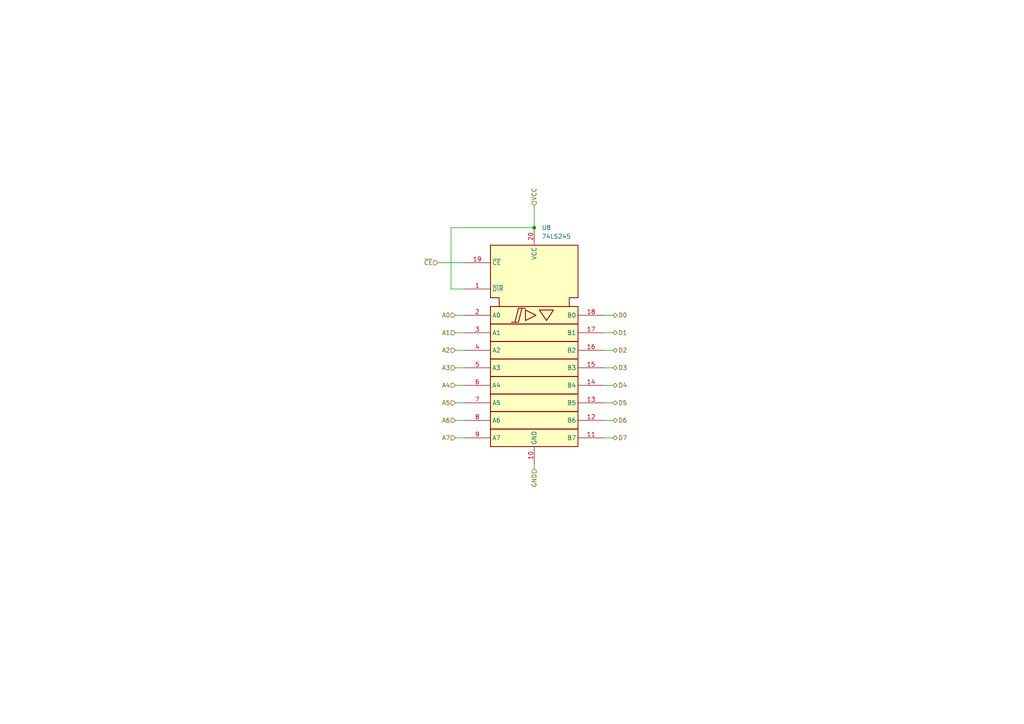
<source format=kicad_sch>
(kicad_sch (version 20250114) (generator "eeschema") (generator_version "9.0")
  (paper "A4")
  (title_block (title "Address Selector") (date "2025-11-16") (rev "1.0") (company "Marco Vettigli"))
  (lib_symbols
    (symbol "74xx_IEEE:74LS245"
      (property "Reference" "U" (at 15.24 25.4 0))
      (property "Value" "74LS245" (at 5.08 -30.48 0))
      (symbol "74LS245_0_0"
        (polyline (pts (xy -6.604 10.668) (xy -4.572 10.668) (xy -3.556 14.732) (xy -2.54 14.732) (xy -4.572 14.732) (xy -5.588 10.668) (xy -5.588 10.668)) (stroke (width 0.254)) (fill (type background)))
        (polyline (pts (xy -2.54 14.224) (xy -2.54 11.176) (xy 0.508 12.7) (xy -2.54 14.224) (xy -2.54 14.224)) (stroke (width 0.254)) (fill (type background)))
        (polyline (pts (xy 1.524 14.224) (xy 5.588 14.224) (xy 3.556 11.176) (xy 1.524 14.224) (xy 1.524 14.224)) (stroke (width 0.254)) (fill (type background)))
        (pin power_in line (at 0 38.1 270) (length 5.08) (name "VCC") (number "20"))
        (pin power_in line (at 0 -30.48 90) (length 5.08) (name "GND") (number "10"))
      )
      (symbol "74LS245_0_1"
        (rectangle (start -12.7 15.24) (end 12.7 10.16) (stroke (width 0.254)) (fill (type background)))
        (rectangle (start -12.7 10.16) (end 12.7 5.08) (stroke (width 0.254)) (fill (type background)))
        (rectangle (start -12.7 5.08) (end 12.7 0) (stroke (width 0.254)) (fill (type background)))
        (rectangle (start -12.7 0) (end 12.7 -5.08) (stroke (width 0.254)) (fill (type background)))
        (rectangle (start -12.7 -5.08) (end 12.7 -10.16) (stroke (width 0.254)) (fill (type background)))
        (rectangle (start -12.7 -10.16) (end 12.7 -15.24) (stroke (width 0.254)) (fill (type background)))
        (rectangle (start -12.7 -15.24) (end 12.7 -20.32) (stroke (width 0.254)) (fill (type background)))
        (rectangle (start -12.7 -20.32) (end 12.7 -25.4) (stroke (width 0.254)) (fill (type background)))
        (polyline (pts (xy -10.16 15.24) (xy -10.16 17.78) (xy -12.7 17.78) (xy -12.7 33.02) (xy 12.7 33.02) (xy 12.7 17.78) (xy 10.16 17.78) (xy 10.16 15.24) (xy 10.16 15.24)) (stroke (width 0.254)) (fill (type background)))
      )
      (symbol "74LS245_1_1"
        (pin input line (at -20.32 27.94 0) (length 7.62) (name "~{CE}") (number "19"))
        (pin input line (at -20.32 20.32 0) (length 7.62) (name "~{DIR}") (number "1"))
        (pin tri_state line (at -20.32 12.7 0) (length 7.62) (name "A0") (number "2"))
        (pin tri_state line (at -20.32 7.62 0) (length 7.62) (name "A1") (number "3"))
        (pin tri_state line (at -20.32 2.54 0) (length 7.62) (name "A2") (number "4"))
        (pin tri_state line (at -20.32 -2.54 0) (length 7.62) (name "A3") (number "5"))
        (pin tri_state line (at -20.32 -7.62 0) (length 7.62) (name "A4") (number "6"))
        (pin tri_state line (at -20.32 -12.7 0) (length 7.62) (name "A5") (number "7"))
        (pin tri_state line (at -20.32 -17.78 0) (length 7.62) (name "A6") (number "8"))
        (pin tri_state line (at -20.32 -22.86 0) (length 7.62) (name "A7") (number "9"))
        (pin tri_state line (at 20.32 12.7 180) (length 7.62) (name "B0") (number "18"))
        (pin tri_state line (at 20.32 7.62 180) (length 7.62) (name "B1") (number "17"))
        (pin tri_state line (at 20.32 2.54 180) (length 7.62) (name "B2") (number "16"))
        (pin tri_state line (at 20.32 -2.54 180) (length 7.62) (name "B3") (number "15"))
        (pin tri_state line (at 20.32 -7.62 180) (length 7.62) (name "B4") (number "14"))
        (pin tri_state line (at 20.32 -12.7 180) (length 7.62) (name "B5") (number "13"))
        (pin tri_state line (at 20.32 -17.78 180) (length 7.62) (name "B6") (number "12"))
        (pin tri_state line (at 20.32 -22.86 180) (length 7.62) (name "B7") (number "11"))
      )
    )
  )
  (junction (at 154.94 66.04))
  (wire (pts (xy 175.26 121.92) (xy 177.8 121.92)))
  (wire (pts (xy 132.08 116.84) (xy 134.62 116.84)))
  (wire (pts (xy 127 76.2) (xy 134.62 76.2)))
  (wire (pts (xy 175.26 91.44) (xy 177.8 91.44)))
  (wire (pts (xy 132.08 121.92) (xy 134.62 121.92)))
  (wire (pts (xy 175.26 96.52) (xy 177.8 96.52)))
  (wire (pts (xy 154.94 134.62) (xy 154.94 135.89)))
  (wire (pts (xy 132.08 111.76) (xy 134.62 111.76)))
  (wire (pts (xy 132.08 91.44) (xy 134.62 91.44)))
  (wire (pts (xy 132.08 101.6) (xy 134.62 101.6)))
  (wire (pts (xy 132.08 106.68) (xy 134.62 106.68)))
  (wire (pts (xy 154.94 59.69) (xy 154.94 66.04)))
  (wire (pts (xy 132.08 96.52) (xy 134.62 96.52)))
  (wire (pts (xy 175.26 106.68) (xy 177.8 106.68)))
  (wire (pts (xy 175.26 111.76) (xy 177.8 111.76)))
  (wire (pts (xy 154.94 66.04) (xy 130.81 66.04)))
  (wire (pts (xy 175.26 116.84) (xy 177.8 116.84)))
  (wire (pts (xy 175.26 101.6) (xy 177.8 101.6)))
  (wire (pts (xy 130.81 66.04) (xy 130.81 83.82)))
  (wire (pts (xy 132.08 127) (xy 134.62 127)))
  (wire (pts (xy 175.26 127) (xy 177.8 127)))
  (wire (pts (xy 130.81 83.82) (xy 134.62 83.82)))
  (hierarchical_label "D0" (shape tri_state) (at 177.8 91.44 0))
  (hierarchical_label "A7" (shape input) (at 132.08 127 180))
  (hierarchical_label "A3" (shape input) (at 132.08 106.68 180))
  (hierarchical_label "D7" (shape tri_state) (at 177.8 127 0))
  (hierarchical_label "A2" (shape input) (at 132.08 101.6 180))
  (hierarchical_label "D6" (shape tri_state) (at 177.8 121.92 0))
  (hierarchical_label "A1" (shape input) (at 132.08 96.52 180))
  (hierarchical_label "A4" (shape input) (at 132.08 111.76 180))
  (hierarchical_label "A6" (shape input) (at 132.08 121.92 180))
  (hierarchical_label "A0" (shape input) (at 132.08 91.44 180))
  (hierarchical_label "A5" (shape input) (at 132.08 116.84 180))
  (hierarchical_label "D2" (shape tri_state) (at 177.8 101.6 0))
  (hierarchical_label "D3" (shape tri_state) (at 177.8 106.68 0))
  (hierarchical_label "D5" (shape tri_state) (at 177.8 116.84 0))
  (hierarchical_label "~{CE}" (shape input) (at 127 76.2 180))
  (hierarchical_label "GND" (shape input) (at 154.94 135.89 270))
  (hierarchical_label "VCC" (shape input) (at 154.94 59.69 90))
  (hierarchical_label "D4" (shape tri_state) (at 177.8 111.76 0))
  (hierarchical_label "D1" (shape tri_state) (at 177.8 96.52 0))
  (symbol (lib_id "74xx_IEEE:74LS245") (at 154.94 104.14 0) (unit 1)
    (property "Reference" "U6" (at 157.0833 66.04 0) (effects (justify left)))
    (property "Value" "74LS245" (at 157.0833 68.58 0) (effects (justify left)))
    (property "Footprint" "Package_DIP:DIP-20_W7.62mm" (effects (hide yes)))
    (instances (project "Stack Pointer" (path "" (reference "U8") (unit 1)) (path "" (reference "U9") (unit 1)) (path "" (reference "U7") (unit 1)) (path "" (reference "U6") (unit 1))))
  )
)
</source>
